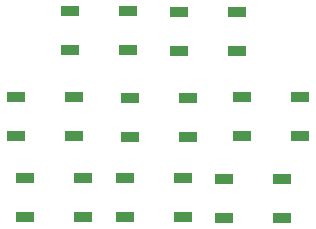
<source format=gbr>
%TF.GenerationSoftware,KiCad,Pcbnew,(6.0.9)*%
%TF.CreationDate,2023-04-01T13:56:01-08:00*%
%TF.ProjectId,JETT STATION SELECT PLACARD,4a455454-2053-4544-9154-494f4e205345,3*%
%TF.SameCoordinates,Original*%
%TF.FileFunction,Paste,Top*%
%TF.FilePolarity,Positive*%
%FSLAX46Y46*%
G04 Gerber Fmt 4.6, Leading zero omitted, Abs format (unit mm)*
G04 Created by KiCad (PCBNEW (6.0.9)) date 2023-04-01 13:56:01*
%MOMM*%
%LPD*%
G01*
G04 APERTURE LIST*
%ADD10R,1.500000X0.900000*%
G04 APERTURE END LIST*
D10*
%TO.C,D1*%
X140360000Y-90780400D03*
X140360000Y-94080400D03*
X145260000Y-94080400D03*
X145260000Y-90780400D03*
%TD*%
%TO.C,D2*%
X149606000Y-90831200D03*
X149606000Y-94131200D03*
X154506000Y-94131200D03*
X154506000Y-90831200D03*
%TD*%
%TO.C,D3*%
X135839000Y-98044800D03*
X135839000Y-101344800D03*
X140739000Y-101344800D03*
X140739000Y-98044800D03*
%TD*%
%TO.C,D4*%
X145491000Y-98146400D03*
X145491000Y-101446400D03*
X150391000Y-101446400D03*
X150391000Y-98146400D03*
%TD*%
%TO.C,D5*%
X154940000Y-98095600D03*
X154940000Y-101395600D03*
X159840000Y-101395600D03*
X159840000Y-98095600D03*
%TD*%
%TO.C,D6*%
X136578000Y-104954000D03*
X136578000Y-108254000D03*
X141478000Y-108254000D03*
X141478000Y-104954000D03*
%TD*%
%TO.C,D7*%
X145011000Y-104954000D03*
X145011000Y-108254000D03*
X149911000Y-108254000D03*
X149911000Y-104954000D03*
%TD*%
%TO.C,D8*%
X153455000Y-105030000D03*
X153455000Y-108330000D03*
X158355000Y-108330000D03*
X158355000Y-105030000D03*
%TD*%
M02*

</source>
